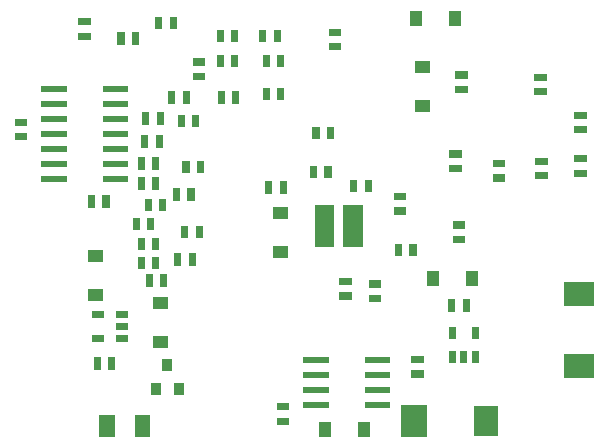
<source format=gbr>
G04 start of page 9 for group -4014 idx -4014
G04 Title: stribog.main_board.bis, bottompaste *
G04 Creator: pcb 20070208 *
G04 CreationDate: Sun Apr  6 09:45:44 2008 UTC *
G04 For: dti *
G04 Format: Gerber/RS-274X *
G04 PCB-Dimensions: 314961 157480 *
G04 PCB-Coordinate-Origin: lower left *
%MOIN*%
%FSLAX24Y24*%
%LNBACKPASTE*%
%ADD19R,0.0400X0.0400*%
%ADD21R,0.0240X0.0240*%
%ADD22R,0.0200X0.0200*%
%ADD23R,0.0512X0.0512*%
%ADD24R,0.0879X0.0879*%
%ADD25R,0.0800X0.0800*%
%ADD26R,0.0640X0.0640*%
%ADD27R,0.0340X0.0340*%
G54D26*X21857Y8332D02*Y7572D01*
X20897Y8332D02*Y7572D01*
G54D22*X13613Y12523D02*X14263D01*
X13613Y12023D02*X14263D01*
X13613Y11523D02*X14263D01*
X13613Y11023D02*X14263D01*
X13613Y10523D02*X14263D01*
X13613Y10023D02*X14263D01*
X13613Y9523D02*X14263D01*
X11563D02*X12213D01*
X11563Y10023D02*X12213D01*
X11563Y10523D02*X12213D01*
X11563Y11023D02*X12213D01*
X11563Y11523D02*X12213D01*
X11563Y12023D02*X12213D01*
X11563Y12523D02*X12213D01*
G54D21*X21106Y11153D02*Y10973D01*
X20626Y11153D02*Y10973D01*
X12823Y14287D02*X13003D01*
X12823Y14767D02*X13003D01*
G54D23*X14842Y1417D02*Y1181D01*
X13661Y1417D02*Y1181D01*
G54D21*X10697Y10941D02*X10877D01*
X10697Y11421D02*X10877D01*
X19452Y13554D02*Y13374D01*
X18972Y13554D02*Y13374D01*
X14799Y6822D02*Y6642D01*
X15279Y6822D02*Y6642D01*
X13273Y4220D02*X13433D01*
X13273Y5000D02*X13433D01*
X14093D02*X14253D01*
X14093Y4610D02*X14253D01*
X14093Y4220D02*X14253D01*
X15823Y12334D02*Y12154D01*
X16303Y12334D02*Y12154D01*
X14956Y11625D02*Y11445D01*
X15436Y11625D02*Y11445D01*
X16256Y7845D02*Y7665D01*
X16736Y7845D02*Y7665D01*
X15035Y8751D02*Y8571D01*
X15515Y8751D02*Y8571D01*
X14799Y7452D02*Y7272D01*
X15279Y7452D02*Y7272D01*
G54D22*X22353Y3505D02*X23003D01*
X22353Y3005D02*X23003D01*
X22353Y2505D02*X23003D01*
X22353Y2005D02*X23003D01*
X20303D02*X20953D01*
X20303Y2505D02*X20953D01*
X20303Y3005D02*X20953D01*
X20303Y3505D02*X20953D01*
G54D21*X29358Y10200D02*X29538D01*
X29358Y9720D02*X29538D01*
X21169Y13933D02*X21349D01*
X21169Y14413D02*X21349D01*
X14130Y14302D02*Y14122D01*
X14610Y14302D02*Y14122D01*
X19531Y9341D02*Y9161D01*
X19051Y9341D02*Y9161D01*
X15074Y6231D02*Y6051D01*
X15554Y6231D02*Y6051D01*
X16460Y9105D02*Y8925D01*
X15980Y9105D02*Y8925D01*
X19452Y12452D02*Y12272D01*
X18972Y12452D02*Y12272D01*
X17437Y14381D02*Y14201D01*
X17917Y14381D02*Y14201D01*
X21027Y9853D02*Y9673D01*
X20547Y9853D02*Y9673D01*
G54D25*X29309Y3308D02*X29509D01*
X29309Y5708D02*X29509D01*
G54D19*X19398Y7096D02*X19498D01*
X19398Y8396D02*X19498D01*
G54D21*X25633Y5404D02*Y5224D01*
X25153Y5404D02*Y5224D01*
G54D24*X23899Y1556D02*Y1356D01*
G54D25*X26299Y1556D02*Y1356D01*
G54D21*X25382Y12995D02*X25562D01*
X25382Y12515D02*X25562D01*
G54D19*X13217Y6958D02*X13317D01*
X13217Y5658D02*X13317D01*
G54D21*X26642Y10043D02*X26822D01*
X26642Y9563D02*X26822D01*
X28020Y12437D02*X28200D01*
X28020Y12917D02*X28200D01*
X19334Y14381D02*Y14201D01*
X18854Y14381D02*Y14201D01*
G54D19*X23946Y14931D02*Y14831D01*
X25246Y14931D02*Y14831D01*
X24123Y13257D02*X24223D01*
X24123Y11957D02*X24223D01*
G54D21*X23382Y7255D02*Y7075D01*
X23862Y7255D02*Y7075D01*
X16499Y6940D02*Y6760D01*
X16019Y6940D02*Y6760D01*
X16642Y12949D02*X16822D01*
X16642Y13429D02*X16822D01*
X14799Y9460D02*Y9280D01*
X15279Y9460D02*Y9280D01*
X13822Y3475D02*Y3295D01*
X13342Y3475D02*Y3295D01*
G54D27*X16063Y2549D02*Y2489D01*
X15283Y2549D02*Y2489D01*
X15673Y3369D02*Y3309D01*
G54D19*X22234Y1231D02*Y1131D01*
X20934Y1231D02*Y1131D01*
G54D21*X28059Y10121D02*X28239D01*
X28059Y9641D02*X28239D01*
X17476Y12334D02*Y12154D01*
X17956Y12334D02*Y12154D01*
X25185Y10358D02*X25365D01*
X25185Y9878D02*X25365D01*
X19437Y1453D02*X19617D01*
X19437Y1933D02*X19617D01*
X15869Y14814D02*Y14634D01*
X15389Y14814D02*Y14634D01*
X15279Y10129D02*Y9949D01*
X14799Y10129D02*Y9949D01*
G54D19*X15383Y4104D02*X15483D01*
X15383Y5404D02*X15483D01*
G54D21*X14917Y10877D02*Y10697D01*
X15397Y10877D02*Y10697D01*
G54D19*X24537Y6270D02*Y6170D01*
X25837Y6270D02*Y6170D01*
G54D21*X25303Y7515D02*X25483D01*
X25303Y7995D02*X25483D01*
X17437Y13554D02*Y13374D01*
X17917Y13554D02*Y13374D01*
X21886Y9381D02*Y9201D01*
X22366Y9381D02*Y9201D01*
X23335Y8940D02*X23515D01*
X23335Y8460D02*X23515D01*
X16617Y11546D02*Y11366D01*
X16137Y11546D02*Y11366D01*
X13145Y8869D02*Y8689D01*
X13625Y8869D02*Y8689D01*
X23925Y3027D02*X24105D01*
X23925Y3507D02*X24105D01*
X29358Y11657D02*X29538D01*
X29358Y11177D02*X29538D01*
X16295Y10023D02*Y9843D01*
X16775Y10023D02*Y9843D01*
X22508Y6027D02*X22688D01*
X22508Y5547D02*X22688D01*
X15121Y8121D02*Y7941D01*
X14641Y8121D02*Y7941D01*
X25164Y4482D02*Y4322D01*
X25944Y4482D02*Y4322D01*
Y3662D02*Y3502D01*
X25554Y3662D02*Y3502D01*
X25164Y3662D02*Y3502D01*
X21524Y6106D02*X21704D01*
X21524Y5626D02*X21704D01*
M02*

</source>
